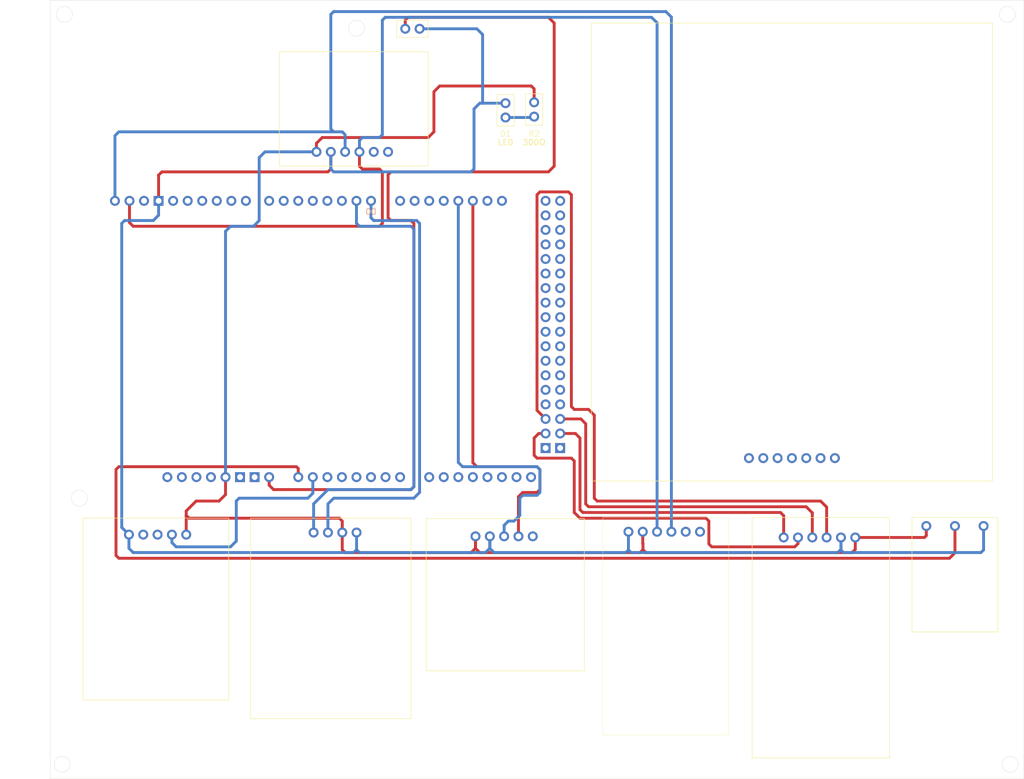
<source format=kicad_pcb>
(kicad_pcb (version 20240108) (generator "pcbnew") (generator_version "8.0")
  (layers (0 "F.Cu" signal) (1 "In1.Cu" signal) (2 "In2.Cu" signal) (31 "B.Cu" signal) (34 "B.Paste" user) (35 "F.Paste" user) (36 "B.SilkS" user "B.Silkscreen") (37 "F.SilkS" user "F.Silkscreen") (38 "B.Mask" user) (39 "F.Mask" user) (44 "Edge.Cuts" user))
  (net 0 "")
  (net 7 "VIN")
  (net 11 "A0")
  (net 12 "SCL")
  (net 22 "D5")
  (net 34 "+5V")
  (net 36 "TX0")
  (net 40 "D4")
  (net 42 "RX0")
  (net 45 "RX1")
  (net 47 "D7")
  (net 54 "SCK")
  (net 57 "D2")
  (net 63 "GND")
  (net 70 "SDA")
  (net 81 "D6")
  (net 82 "A1")
  (net 85 "CS")
  (net 86 "D8")
  (net 87 "MISO")
  (net 88 "TX1")
  (net 89 "D3")
  (net 90 "MOSI")
  (net 91 "Net-(D1-A)")
  (footprint "PCM_arduino-library:Arduino_Mega2560_R3_Shield" (layer "F.Cu") (at 58 107.96)
    (property "Reference" "A1" (hide yes))
    (property "Value" "Arduino_Mega2560_R3_Shield" (hide yes))
    (fp_text user "D0" (at 64.52 -49.495 0) (layer "B.SilkS") (effects (justify mirror)))
    (fp_text user "D0" (at 64.52 -49.495 0) (layer "F.SilkS"))
    (pad "" thru_hole oval (at 28.96 -3.14) (size 1.7272 1.7272) (drill 1.016) (layers "*.Cu" "*.Mask"))
    (pad "3V3" thru_hole oval (at 36.58 -3.14) (size 1.7272 1.7272) (drill 1.016) (layers "*.Cu" "*.Mask"))
    (pad "5V1" thru_hole oval (at 39.12 -3.14) (size 1.7272 1.7272) (drill 1.016) (layers "*.Cu" "*.Mask") (net 34 "+5V"))
    (pad "5V3" thru_hole oval (at 95 -51.4) (size 1.7272 1.7272) (drill 1.016) (layers "*.Cu" "*.Mask"))
    (pad "5V4" thru_hole oval (at 97.54 -51.4) (size 1.7272 1.7272) (drill 1.016) (layers "*.Cu" "*.Mask"))
    (pad "A0" thru_hole oval (at 51.82 -3.14) (size 1.7272 1.7272) (drill 1.016) (layers "*.Cu" "*.Mask") (net 11 "A0"))
    (pad "A1" thru_hole oval (at 54.36 -3.14) (size 1.7272 1.7272) (drill 1.016) (layers "*.Cu" "*.Mask") (net 82 "A1"))
    (pad "A2" thru_hole oval (at 56.9 -3.14) (size 1.7272 1.7272) (drill 1.016) (layers "*.Cu" "*.Mask"))
    (pad "A3" thru_hole oval (at 59.44 -3.14) (size 1.7272 1.7272) (drill 1.016) (layers "*.Cu" "*.Mask"))
    (pad "A4" thru_hole oval (at 61.98 -3.14) (size 1.7272 1.7272) (drill 1.016) (layers "*.Cu" "*.Mask"))
    (pad "A5" thru_hole oval (at 64.52 -3.14) (size 1.7272 1.7272) (drill 1.016) (layers "*.Cu" "*.Mask"))
    (pad "A6" thru_hole oval (at 67.06 -3.14) (size 1.7272 1.7272) (drill 1.016) (layers "*.Cu" "*.Mask"))
    (pad "A7" thru_hole oval (at 69.6 -3.14) (size 1.7272 1.7272) (drill 1.016) (layers "*.Cu" "*.Mask"))
    (pad "A8" thru_hole oval (at 74.68 -3.14) (size 1.7272 1.7272) (drill 1.016) (layers "*.Cu" "*.Mask"))
    (pad "A9" thru_hole oval (at 77.22 -3.14) (size 1.7272 1.7272) (drill 1.016) (layers "*.Cu" "*.Mask"))
    (pad "A10" thru_hole oval (at 79.76 -3.14) (size 1.7272 1.7272) (drill 1.016) (layers "*.Cu" "*.Mask"))
    (pad "A11" thru_hole oval (at 82.3 -3.14) (size 1.7272 1.7272) (drill 1.016) (layers "*.Cu" "*.Mask"))
    (pad "A12" thru_hole oval (at 84.84 -3.14) (size 1.7272 1.7272) (drill 1.016) (layers "*.Cu" "*.Mask"))
    (pad "A13" thru_hole oval (at 87.38 -3.14) (size 1.7272 1.7272) (drill 1.016) (layers "*.Cu" "*.Mask"))
    (pad "A14" thru_hole oval (at 89.92 -3.14) (size 1.7272 1.7272) (drill 1.016) (layers "*.Cu" "*.Mask"))
    (pad "A15" thru_hole oval (at 92.46 -3.14) (size 1.7272 1.7272) (drill 1.016) (layers "*.Cu" "*.Mask"))
    (pad "AREF" thru_hole oval (at 24.896 -51.4) (size 1.7272 1.7272) (drill 1.016) (layers "*.Cu" "*.Mask"))
    (pad "D0" thru_hole oval (at 64.52 -51.4) (size 1.7272 1.7272) (drill 1.016) (layers "*.Cu" "*.Mask") (net 42 "RX0"))
    (pad "D1" thru_hole oval (at 61.98 -51.4) (size 1.7272 1.7272) (drill 1.016) (layers "*.Cu" "*.Mask") (net 36 "TX0"))
    (pad "D2" thru_hole oval (at 59.44 -51.4) (size 1.7272 1.7272) (drill 1.016) (layers "*.Cu" "*.Mask") (net 57 "D2"))
    (pad "D3" thru_hole oval (at 56.9 -51.4) (size 1.7272 1.7272) (drill 1.016) (layers "*.Cu" "*.Mask") (net 89 "D3"))
    (pad "D4" thru_hole oval (at 54.36 -51.4) (size 1.7272 1.7272) (drill 1.016) (layers "*.Cu" "*.Mask") (net 40 "D4"))
    (pad "D5" thru_hole oval (at 51.82 -51.4) (size 1.7272 1.7272) (drill 1.016) (layers "*.Cu" "*.Mask") (net 22 "D5"))
    (pad "D6" thru_hole oval (at 49.28 -51.4) (size 1.7272 1.7272) (drill 1.016) (layers "*.Cu" "*.Mask") (net 81 "D6"))
    (pad "D7" thru_hole oval (at 46.74 -51.4) (size 1.7272 1.7272) (drill 1.016) (layers "*.Cu" "*.Mask") (net 47 "D7"))
    (pad "D8" thru_hole oval (at 42.676 -51.4) (size 1.7272 1.7272) (drill 1.016) (layers "*.Cu" "*.Mask") (net 86 "D8"))
    (pad "D9" thru_hole oval (at 40.136 -51.4) (size 1.7272 1.7272) (drill 1.016) (layers "*.Cu" "*.Mask"))
    (pad "D10" thru_hole oval (at 37.596 -51.4) (size 1.7272 1.7272) (drill 1.016) (layers "*.Cu" "*.Mask"))
    (pad "D11" thru_hole oval (at 35.056 -51.4) (size 1.7272 1.7272) (drill 1.016) (layers "*.Cu" "*.Mask"))
    (pad "D12" thru_hole oval (at 32.516 -51.4) (size 1.7272 1.7272) (drill 1.016) (layers "*.Cu" "*.Mask"))
    (pad "D13" thru_hole oval (at 29.976 -51.4) (size 1.7272 1.7272) (drill 1.016) (layers "*.Cu" "*.Mask"))
    (pad "D14" thru_hole oval (at 69.6 -51.4) (size 1.7272 1.7272) (drill 1.016) (layers "*.Cu" "*.Mask"))
    (pad "D15" thru_hole oval (at 72.14 -51.4) (size 1.7272 1.7272) (drill 1.016) (layers "*.Cu" "*.Mask"))
    (pad "D16" thru_hole oval (at 74.68 -51.4) (size 1.7272 1.7272) (drill 1.016) (layers "*.Cu" "*.Mask"))
    (pad "D17" thru_hole oval (at 77.22 -51.4) (size 1.7272 1.7272) (drill 1.016) (layers "*.Cu" "*.Mask"))
    (pad "D18" thru_hole oval (at 79.76 -51.4) (size 1.7272 1.7272) (drill 1.016) (layers "*.Cu" "*.Mask") (net 88 "TX1"))
    (pad "D19" thru_hole oval (at 82.3 -51.4) (size 1.7272 1.7272) (drill 1.016) (layers "*.Cu" "*.Mask") (net 45 "RX1"))
    (pad "D20" thru_hole oval (at 84.84 -51.4) (size 1.7272 1.7272) (drill 1.016) (layers "*.Cu" "*.Mask"))
    (pad "D21" thru_hole oval (at 87.38 -51.4) (size 1.7272 1.7272) (drill 1.016) (layers "*.Cu" "*.Mask"))
    (pad "D22" thru_hole oval (at 95 -48.86) (size 1.7272 1.7272) (drill 1.016) (layers "*.Cu" "*.Mask"))
    (pad "D23" thru_hole oval (at 97.54 -48.86) (size 1.7272 1.7272) (drill 1.016) (layers "*.Cu" "*.Mask"))
    (pad "D24" thru_hole oval (at 95 -46.32) (size 1.7272 1.7272) (drill 1.016) (layers "*.Cu" "*.Mask"))
    (pad "D25" thru_hole oval (at 97.54 -46.32) (size 1.7272 1.7272) (drill 1.016) (layers "*.Cu" "*.Mask"))
    (pad "D26" thru_hole oval (at 95 -43.78) (size 1.7272 1.7272) (drill 1.016) (layers "*.Cu" "*.Mask"))
    (pad "D27" thru_hole oval (at 97.54 -43.78) (size 1.7272 1.7272) (drill 1.016) (layers "*.Cu" "*.Mask"))
    (pad "D28" thru_hole oval (at 95 -41.24) (size 1.7272 1.7272) (drill 1.016) (layers "*.Cu" "*.Mask"))
    (pad "D29" thru_hole oval (at 97.54 -41.24) (size 1.7272 1.7272) (drill 1.016) (layers "*.Cu" "*.Mask"))
    (pad "D30" thru_hole oval (at 95 -38.7) (size 1.7272 1.7272) (drill 1.016) (layers "*.Cu" "*.Mask"))
    (pad "D31" thru_hole oval (at 97.54 -38.7) (size 1.7272 1.7272) (drill 1.016) (layers "*.Cu" "*.Mask"))
    (pad "D32" thru_hole oval (at 95 -36.16) (size 1.7272 1.7272) (drill 1.016) (layers "*.Cu" "*.Mask"))
    (pad "D33" thru_hole oval (at 97.54 -36.16) (size 1.7272 1.7272) (drill 1.016) (layers "*.Cu" "*.Mask"))
    (pad "D34" thru_hole oval (at 95 -33.62) (size 1.7272 1.7272) (drill 1.016) (layers "*.Cu" "*.Mask"))
    (pad "D35" thru_hole oval (at 97.54 -33.62) (size 1.7272 1.7272) (drill 1.016) (layers "*.Cu" "*.Mask"))
    (pad "D36" thru_hole oval (at 95 -31.08) (size 1.7272 1.7272) (drill 1.016) (layers "*.Cu" "*.Mask"))
    (pad "D37" thru_hole oval (at 97.54 -31.08) (size 1.7272 1.7272) (drill 1.016) (layers "*.Cu" "*.Mask"))
    (pad "D38" thru_hole oval (at 95 -28.54) (size 1.7272 1.7272) (drill 1.016) (layers "*.Cu" "*.Mask"))
    (pad "D39" thru_hole oval (at 97.54 -28.54) (size 1.7272 1.7272) (drill 1.016) (layers "*.Cu" "*.Mask"))
    (pad "D40" thru_hole oval (at 95 -26) (size 1.7272 1.7272) (drill 1.016) (layers "*.Cu" "*.Mask"))
    (pad "D41" thru_hole oval (at 97.54 -26) (size 1.7272 1.7272) (drill 1.016) (layers "*.Cu" "*.Mask"))
    (pad "D42" thru_hole oval (at 95 -23.46) (size 1.7272 1.7272) (drill 1.016) (layers "*.Cu" "*.Mask"))
    (pad "D43" thru_hole oval (at 97.54 -23.46) (size 1.7272 1.7272) (drill 1.016) (layers "*.Cu" "*.Mask"))
    (pad "D44" thru_hole oval (at 95 -20.92) (size 1.7272 1.7272) (drill 1.016) (layers "*.Cu" "*.Mask"))
    (pad "D45" thru_hole oval (at 97.54 -20.92) (size 1.7272 1.7272) (drill 1.016) (layers "*.Cu" "*.Mask"))
    (pad "D46" thru_hole oval (at 95 -18.38) (size 1.7272 1.7272) (drill 1.016) (layers "*.Cu" "*.Mask"))
    (pad "D47" thru_hole oval (at 97.54 -18.38) (size 1.7272 1.7272) (drill 1.016) (layers "*.Cu" "*.Mask"))
    (pad "D48" thru_hole oval (at 95 -15.84) (size 1.7272 1.7272) (drill 1.016) (layers "*.Cu" "*.Mask"))
    (pad "D49" thru_hole oval (at 97.54 -15.84) (size 1.7272 1.7272) (drill 1.016) (layers "*.Cu" "*.Mask"))
    (pad "D50" thru_hole oval (at 95 -13.3) (size 1.7272 1.7272) (drill 1.016) (layers "*.Cu" "*.Mask") (net 87 "MISO"))
    (pad "D51" thru_hole oval (at 97.54 -13.3) (size 1.7272 1.7272) (drill 1.016) (layers "*.Cu" "*.Mask") (net 90 "MOSI"))
    (pad "D52" thru_hole oval (at 95 -10.76) (size 1.7272 1.7272) (drill 1.016) (layers "*.Cu" "*.Mask") (net 54 "SCK"))
    (pad "D53" thru_hole oval (at 97.54 -10.76) (size 1.7272 1.7272) (drill 1.016) (layers "*.Cu" "*.Mask") (net 85 "CS"))
    (pad "GND1" thru_hole rect (at 27.436 -51.4) (size 1.7272 1.7272) (drill 1.016) (layers "*.Cu" "*.Mask") (net 63 "GND"))
    (pad "GND2" thru_hole rect (at 41.66 -3.14) (size 1.7272 1.7272) (drill 1.016) (layers "*.Cu" "*.Mask"))
    (pad "GND3" thru_hole rect (at 44.2 -3.14) (size 1.7272 1.7272) (drill 1.016) (layers "*.Cu" "*.Mask"))
    (pad "GND5" thru_hole rect (at 95 -8.22) (size 1.7272 1.7272) (drill 1.016) (layers "*.Cu" "*.Mask"))
    (pad "GND6" thru_hole rect (at 97.54 -8.22) (size 1.7272 1.7272) (drill 1.016) (layers "*.Cu" "*.Mask"))
    (pad "IORF" thru_hole oval (at 31.5 -3.14) (size 1.7272 1.7272) (drill 1.016) (layers "*.Cu" "*.Mask"))
    (pad "RST1" thru_hole oval (at 34.04 -3.14) (size 1.7272 1.7272) (drill 1.016) (layers "*.Cu" "*.Mask"))
    (pad "SCL" thru_hole oval (at 19.816 -51.4) (size 1.7272 1.7272) (drill 1.016) (layers "*.Cu" "*.Mask") (net 12 "SCL"))
    (pad "SDA" thru_hole oval (at 22.356 -51.4) (size 1.7272 1.7272) (drill 1.016) (layers "*.Cu" "*.Mask") (net 70 "SDA"))
    (pad "VIN" thru_hole oval (at 46.74 -3.14) (size 1.7272 1.7272) (drill 1.016) (layers "*.Cu" "*.Mask") (net 7 "VIN"))
  )
  (footprint "TAFLab-Footprint-Library:XBeeBreakout" (layer "F.Cu") (at 110 114.5 -90)
    (property "Reference" "U1" (hide yes))
    (property "Value" "~" (hide yes))
    (fp_rect (start -2.5 -19.5) (end 32.5 8.5) (stroke (width 0.1)) (fill none) (layer "F.SilkS"))
    (pad "1" thru_hole oval (at 0 -10 270) (size 1.7272 1.7272) (drill 1.016) (layers "*.Cu" "*.Mask") (net 63 "GND"))
    (pad "2" thru_hole oval (at 0 -7.5 270) (size 1.7272 1.7272) (drill 1.016) (layers "*.Cu" "*.Mask") (net 34 "+5V"))
    (pad "3" thru_hole oval (at 0 -5 270) (size 1.7272 1.7272) (drill 1.016) (layers "*.Cu" "*.Mask") (net 42 "RX0"))
    (pad "4" thru_hole oval (at 0 -2.5 270) (size 1.7272 1.7272) (drill 1.016) (layers "*.Cu" "*.Mask") (net 36 "TX0"))
  )
  (footprint "TAFLab-Footprint-Library:HW84_DS3231_CLK_Module" (layer "F.Cu") (at 164.96 114.365 -90)
    (property "Reference" "U4" (hide yes))
    (property "Value" "~" (hide yes))
    (fp_rect (start -2.5 -20) (end 35.5 2) (stroke (width 0.05)) (fill none) (layer "F.SilkS"))
    (pad "1" thru_hole oval (at 0 -15 270) (size 1.7272 1.7272) (drill 1.016) (layers "*.Cu" "*.Mask"))
    (pad "2" thru_hole oval (at 0 -12.5 270) (size 1.7272 1.7272) (drill 1.016) (layers "*.Cu" "*.Mask"))
    (pad "3" thru_hole oval (at 0 -10 270) (size 1.7272 1.7272) (drill 1.016) (layers "*.Cu" "*.Mask") (net 12 "SCL"))
    (pad "4" thru_hole oval (at 0 -7.5 270) (size 1.7272 1.7272) (drill 1.016) (layers "*.Cu" "*.Mask") (net 70 "SDA"))
    (pad "5" thru_hole oval (at 0 -5 270) (size 1.7272 1.7272) (drill 1.016) (layers "*.Cu" "*.Mask") (net 34 "+5V"))
    (pad "6" thru_hole oval (at 0 -2.5 270) (size 1.7272 1.7272) (drill 1.016) (layers "*.Cu" "*.Mask") (net 63 "GND"))
  )
  (footprint "TAFLab-Footprint-Library:VinArduinoConnector" (layer "F.Cu") (at 121 26.5 -90)
    (property "Reference" "U6" (hide yes))
    (property "Value" "~" (hide yes))
    (fp_rect (start -1.5 -11.5) (end 1.5 -6) (stroke (width 0.1)) (fill none) (layer "F.SilkS"))
    (pad "1" thru_hole oval (at 0 -10 270) (size 1.7272 1.7272) (drill 1.016) (layers "*.Cu" "*.Mask") (net 63 "GND"))
    (pad "2" thru_hole oval (at 0 -7.5 270) (size 1.7272 1.7272) (drill 1.016) (layers "*.Cu" "*.Mask") (net 7 "VIN"))
  )
  (footprint "TAFLab-Footprint-Library:Default2Pin" (layer "F.Cu") (at 146 49.5)
    (property "Reference" "D1" (at 0 -4.65 0) (layer "F.SilkS") (effects (font (thickness 0.1))))
    (property "Value" "LED" (at 0 -3.15 0) (layer "F.SilkS"))
    (fp_rect (start -1.5 -11.5) (end 1.5 -6) (stroke (width 0.1)) (fill none) (layer "F.SilkS"))
    (pad "1" thru_hole oval (at 0 -10) (size 1.7272 1.7272) (drill 1.016) (layers "*.Cu" "*.Mask") (net 63 "GND"))
    (pad "2" thru_hole oval (at 0 -7.5) (size 1.7272 1.7272) (drill 1.016) (layers "*.Cu" "*.Mask") (net 91 "Net-(D1-A)"))
  )
  (footprint "TAFLab-Footprint-Library:Micro_SD_Module" (layer "F.Cu") (at 187.06 115.365 -90)
    (property "Reference" "U5" (hide yes))
    (property "Value" "~" (hide yes))
    (fp_rect (start -3.5 -26) (end 38.5 -2) (stroke (width 0.1)) (fill none) (layer "F.SilkS"))
    (pad "1" thru_hole oval (at 0 -20 270) (size 1.7272 1.7272) (drill 1.016) (layers "*.Cu" "*.Mask") (net 34 "+5V"))
    (pad "2" thru_hole oval (at 0 -17.5 270) (size 1.7272 1.7272) (drill 1.016) (layers "*.Cu" "*.Mask") (net 63 "GND"))
    (pad "3" thru_hole oval (at 0 -15 270) (size 1.7272 1.7272) (drill 1.016) (layers "*.Cu" "*.Mask") (net 87 "MISO"))
    (pad "4" thru_hole oval (at 0 -12.5 270) (size 1.7272 1.7272) (drill 1.016) (layers "*.Cu" "*.Mask") (net 90 "MOSI"))
    (pad "5" thru_hole oval (at 0 -10 270) (size 1.7272 1.7272) (drill 1.016) (layers "*.Cu" "*.Mask") (net 54 "SCK"))
    (pad "6" thru_hole oval (at 0 -7.5 270) (size 1.7272 1.7272) (drill 1.016) (layers "*.Cu" "*.Mask") (net 85 "CS"))
  )
  (footprint "TAFLab-Footprint-Library:JoyStick" (layer "F.Cu") (at 75.26 114.865 -90)
    (property "Reference" "U2" (hide yes))
    (property "Value" "~" (hide yes))
    (fp_rect (start -2.875 -22.4) (end 28.875 3) (stroke (width 0.1)) (fill none) (layer "F.SilkS"))
    (pad "1" thru_hole oval (at 0 -15 270) (size 1.7272 1.7272) (drill 1.016) (layers "*.Cu" "*.Mask") (net 34 "+5V"))
    (pad "2" thru_hole oval (at 0 -12.5 270) (size 1.7272 1.7272) (drill 1.016) (layers "*.Cu" "*.Mask") (net 82 "A1"))
    (pad "3" thru_hole oval (at 0 -10 270) (size 1.7272 1.7272) (drill 1.016) (layers "*.Cu" "*.Mask"))
    (pad "4" thru_hole oval (at 0 -7.5 270) (size 1.7272 1.7272) (drill 1.016) (layers "*.Cu" "*.Mask"))
    (pad "5" thru_hole oval (at 0 -5 270) (size 1.7272 1.7272) (drill 1.016) (layers "*.Cu" "*.Mask") (net 63 "GND"))
  )
  (footprint "TAFLab-Footprint-Library:GT-U7_GPS" (layer "F.Cu") (at 135.76 115.165 -90)
    (property "Reference" "U7" (hide yes))
    (property "Value" "~" (hide yes))
    (fp_rect (start -3.1 -24) (end 23.5 3.6) (stroke (width 0.1)) (fill none) (layer "F.SilkS"))
    (pad "1" thru_hole oval (at 0 -15 270) (size 1.7272 1.7272) (drill 1.016) (layers "*.Cu" "*.Mask"))
    (pad "2" thru_hole oval (at 0 -12.5 270) (size 1.7272 1.7272) (drill 1.016) (layers "*.Cu" "*.Mask") (net 45 "RX1"))
    (pad "3" thru_hole oval (at 0 -10 270) (size 1.7272 1.7272) (drill 1.016) (layers "*.Cu" "*.Mask") (net 88 "TX1"))
    (pad "4" thru_hole oval (at 0 -7.5 270) (size 1.7272 1.7272) (drill 1.016) (layers "*.Cu" "*.Mask") (net 63 "GND"))
    (pad "5" thru_hole oval (at 0 -5 270) (size 1.7272 1.7272) (drill 1.016) (layers "*.Cu" "*.Mask") (net 34 "+5V"))
  )
  (footprint "TAFLab-Footprint-Library:Default2Pin" (layer "F.Cu") (at 151 31.85 180)
    (property "Reference" "R2" (at 0 -13 0) (layer "F.SilkS") (effects (font (thickness 0.1))))
    (property "Value" "300Ω" (at 0 -14.5 0) (layer "F.SilkS"))
    (fp_rect (start -1.5 -11.5) (end 1.5 -6) (stroke (width 0.1)) (fill none) (layer "F.SilkS"))
    (pad "1" thru_hole oval (at 0 -10 180) (size 1.7272 1.7272) (drill 1.016) (layers "*.Cu" "*.Mask") (net 91 "Net-(D1-A)"))
    (pad "2" thru_hole oval (at 0 -7.5 180) (size 1.7272 1.7272) (drill 1.016) (layers "*.Cu" "*.Mask") (net 34 "+5V"))
  )
  (footprint "TAFLab-Footprint-Library:Keypad" (layer "F.Cu") (at 213.5 101.5 90)
    (property "Reference" "U3" (hide yes))
    (property "Value" "~" (hide yes))
    (fp_rect (start -4 -52.5) (end 76 17.5) (stroke (width 0.1)) (fill none) (layer "F.SilkS"))
    (pad "1" thru_hole oval (at 0 -25 90) (size 1.7272 1.7272) (drill 1.016) (layers "*.Cu" "*.Mask") (net 86 "D8"))
    (pad "2" thru_hole oval (at 0 -22.5 90) (size 1.7272 1.7272) (drill 1.016) (layers "*.Cu" "*.Mask") (net 47 "D7"))
    (pad "3" thru_hole oval (at 0 -20 90) (size 1.7272 1.7272) (drill 1.016) (layers "*.Cu" "*.Mask") (net 81 "D6"))
    (pad "4" thru_hole oval (at 0 -17.5 90) (size 1.7272 1.7272) (drill 1.016) (layers "*.Cu" "*.Mask") (net 22 "D5"))
    (pad "5" thru_hole oval (at 0 -15 90) (size 1.7272 1.7272) (drill 1.016) (layers "*.Cu" "*.Mask") (net 40 "D4"))
    (pad "6" thru_hole oval (at 0 -12.5 90) (size 1.7272 1.7272) (drill 1.016) (layers "*.Cu" "*.Mask") (net 89 "D3"))
    (pad "7" thru_hole oval (at 0 -10 90) (size 1.7272 1.7272) (drill 1.016) (layers "*.Cu" "*.Mask") (net 57 "D2"))
  )
  (footprint "TAFLab-Footprint-Library:INA219_BatteryPowerSensor" (layer "F.Cu") (at 130 48 90)
    (property "Reference" "U9" (hide yes))
    (property "Value" "~" (hide yes))
    (fp_rect (start -2.5 -23.5) (end 17.5 2.5) (stroke (width 0.1)) (fill none) (layer "F.SilkS"))
    (pad "1" thru_hole oval (at 0 -17 90) (size 1.7272 1.7272) (drill 1.016) (layers "*.Cu" "*.Mask") (net 34 "+5V"))
    (pad "2" thru_hole oval (at 0 -14.5 90) (size 1.7272 1.7272) (drill 1.016) (layers "*.Cu" "*.Mask") (net 63 "GND"))
    (pad "3" thru_hole oval (at 0 -12 90) (size 1.7272 1.7272) (drill 1.016) (layers "*.Cu" "*.Mask") (net 12 "SCL"))
    (pad "4" thru_hole oval (at 0 -9.5 90) (size 1.7272 1.7272) (drill 1.016) (layers "*.Cu" "*.Mask") (net 70 "SDA"))
    (pad "5" thru_hole oval (at 0 -7 90) (size 1.7272 1.7272) (drill 1.016) (layers "*.Cu" "*.Mask"))
    (pad "6" thru_hole oval (at 0 -4.5 90) (size 1.7272 1.7272) (drill 1.016) (layers "*.Cu" "*.Mask"))
  )
  (footprint "TAFLab-Footprint-Library:Potentiometer" (layer "F.Cu") (at 221.96 123.365)
    (property "Reference" "RV1" (hide yes))
    (property "Value" "R_Potentiometer" (hide yes))
    (fp_rect (start -5 -11.5) (end 10 8.5) (stroke (width 0.1)) (fill none) (layer "F.SilkS"))
    (pad "1" thru_hole oval (at -2.5 -10) (size 1.7272 1.7272) (drill 1.016) (layers "*.Cu" "*.Mask") (net 34 "+5V"))
    (pad "2" thru_hole oval (at 2.5 -10) (size 1.7272 1.7272) (drill 1.016) (layers "*.Cu" "*.Mask") (net 11 "A0"))
    (pad "3" thru_hole oval (at 7.5 -10) (size 1.7272 1.7272) (drill 1.016) (layers "*.Cu" "*.Mask") (net 63 "GND"))
  )
  (gr_circle (center 69 24) (end 70.4 24) (stroke (width 0.05)) (fill none) (layer "Edge.Cuts"))
  (gr_circle (center 233.6 24) (end 235 24) (stroke (width 0.05)) (fill none) (layer "Edge.Cuts"))
  (gr_rect (start 66.5 21.5) (end 236.5 157.5) (stroke (width 0.05)) (fill none) (layer "Edge.Cuts"))
  (gr_circle (center 234.1 155) (end 235.5 155) (stroke (width 0.05)) (fill none) (layer "Edge.Cuts"))
  (gr_circle (center 68.6 155) (end 70 155) (stroke (width 0.05)) (fill none) (layer "Edge.Cuts"))
  (gr_circle (center 71.6 108.5) (end 73 108.5) (stroke (width 0.05)) (fill none) (layer "Edge.Cuts"))
  (gr_circle (center 120 26.4) (end 121.4 26.4) (stroke (width 0.05)) (fill none) (layer "Edge.Cuts"))
  (segment (start 126 51.5) (end 153.5 51.5) (width 0.5) (layer "F.Cu") (net 7))
  (segment (start 129.5 60) (end 126 60) (width 0.5) (layer "F.Cu") (net 7))
  (segment (start 130 106.5) (end 130 60.5) (width 0.5) (layer "F.Cu") (net 7))
  (segment (start 153.5 51.5) (end 154.5 50.5) (width 0.5) (layer "F.Cu") (net 7))
  (segment (start 154.5 25.5) (end 153.5 24.5) (width 0.5) (layer "F.Cu") (net 7))
  (segment (start 126 60) (end 125.5 59.5) (width 0.5) (layer "F.Cu") (net 7))
  (segment (start 104.74 106.24) (end 105.5 107) (width 0.5) (layer "F.Cu") (net 7))
  (segment (start 130 60.5) (end 129.5 60) (width 0.5) (layer "F.Cu") (net 7))
  (segment (start 104.74 104.82) (end 104.74 106.24) (width 0.5) (layer "F.Cu") (net 7))
  (segment (start 129.5 107) (end 130 106.5) (width 0.5) (layer "F.Cu") (net 7))
  (segment (start 125.5 52) (end 126 51.5) (width 0.5) (layer "F.Cu") (net 7))
  (segment (start 154.5 50.5) (end 154.5 25.5) (width 0.5) (layer "F.Cu") (net 7))
  (segment (start 125.5 59.5) (end 125.5 52) (width 0.5) (layer "F.Cu") (net 7))
  (segment (start 153.5 24.5) (end 129 24.5) (width 0.5) (layer "F.Cu") (net 7))
  (segment (start 129 24.5) (end 128.5 25) (width 0.5) (layer "F.Cu") (net 7))
  (segment (start 128.5 25) (end 128.5 26.5) (width 0.5) (layer "F.Cu") (net 7))
  (segment (start 105.5 107) (end 129.5 107) (width 0.5) (layer "F.Cu") (net 7))
  (segment (start 223.5 119) (end 78.5 119) (width 0.5) (layer "F.Cu") (net 11))
  (segment (start 78 118.5) (end 78 103.5) (width 0.5) (layer "F.Cu") (net 11))
  (segment (start 109.5 103) (end 109.82 103.32) (width 0.5) (layer "F.Cu") (net 11))
  (segment (start 109.82 103.32) (end 109.82 104.82) (width 0.5) (layer "F.Cu") (net 11))
  (segment (start 224.46 113.365) (end 224.46 118.04) (width 0.5) (layer "F.Cu") (net 11))
  (segment (start 78 103.5) (end 78.5 103) (width 0.5) (layer "F.Cu") (net 11))
  (segment (start 78.5 103) (end 109.5 103) (width 0.5) (layer "F.Cu") (net 11))
  (segment (start 224.46 118.04) (end 223.5 119) (width 0.5) (layer "F.Cu") (net 11))
  (segment (start 78.5 119) (end 78 118.5) (width 0.5) (layer "F.Cu") (net 11))
  (segment (start 115.5 24) (end 115.5 44) (width 0.5) (layer "B.Cu") (net 12))
  (segment (start 77.816 45.184) (end 78.5 44.5) (width 0.5) (layer "B.Cu") (net 12))
  (segment (start 118 45) (end 118 48) (width 0.5) (layer "B.Cu") (net 12))
  (segment (start 77.816 56.56) (end 77.816 45.184) (width 0.5) (layer "B.Cu") (net 12))
  (segment (start 115.5 44) (end 116 44.5) (width 0.5) (layer "B.Cu") (net 12))
  (segment (start 78.5 44.5) (end 116 44.5) (width 0.5) (layer "B.Cu") (net 12))
  (segment (start 174 23.5) (end 116 23.5) (width 0.5) (layer "B.Cu") (net 12))
  (segment (start 174.96 114.365) (end 174.96 24.46) (width 0.5) (layer "B.Cu") (net 12))
  (segment (start 174.96 24.46) (end 174 23.5) (width 0.5) (layer "B.Cu") (net 12))
  (segment (start 117.5 44.5) (end 118 45) (width 0.5) (layer "B.Cu") (net 12))
  (segment (start 116 44.5) (end 117.5 44.5) (width 0.5) (layer "B.Cu") (net 12))
  (segment (start 116 23.5) (end 115.5 24) (width 0.5) (layer "B.Cu") (net 12))
  (segment (start 219.46 115.04) (end 219.46 113.365) (width 0.5) (layer "F.Cu") (net 34))
  (segment (start 92 109) (end 96 109) (width 0.5) (layer "F.Cu") (net 34))
  (segment (start 206.5 118) (end 170.5 118) (width 0.5) (layer "F.Cu") (net 34))
  (segment (start 134.5 36.5) (end 150.5 36.5) (width 0.5) (layer "F.Cu") (net 34))
  (segment (start 133.5 44.5) (end 133.5 37.5) (width 0.5) (layer "F.Cu") (net 34))
  (segment (start 170 117.5) (end 170 116.5) (width 0.5) (layer "F.Cu") (net 34))
  (segment (start 90.26 110.74) (end 92 109) (width 0.5) (layer "F.Cu") (net 34))
  (segment (start 141.5 118) (end 169.5 118) (width 0.5) (layer "F.Cu") (net 34))
  (segment (start 140.76 115.165) (end 140.76 117.26) (width 0.5) (layer "F.Cu") (net 34))
  (segment (start 207.06 115.365) (end 207.06 117.44) (width 0.5) (layer "F.Cu") (net 34))
  (segment (start 118 118) (end 140 118) (width 0.5) (layer "F.Cu") (net 34))
  (segment (start 114 45.5) (end 132.5 45.5) (width 0.5) (layer "F.Cu") (net 34))
  (segment (start 207.06 117.44) (end 206.5 118) (width 0.5) (layer "F.Cu") (net 34))
  (segment (start 117.5 114.5) (end 117.5 112.5) (width 0.5) (layer "F.Cu") (net 34))
  (segment (start 219.135 115.365) (end 219.46 115.04) (width 0.5) (layer "F.Cu") (net 34))
  (segment (start 113 48) (end 113 46.5) (width 0.5) (layer "F.Cu") (net 34))
  (segment (start 169.96 116.46) (end 169.96 114.365) (width 0.5) (layer "F.Cu") (net 34))
  (segment (start 150.5 36.5) (end 151 37) (width 0.5) (layer "F.Cu") (net 34))
  (segment (start 140.76 117.26) (end 141.5 118) (width 0.5) (layer "F.Cu") (net 34))
  (segment (start 117.5 112.5) (end 117 112) (width 0.5) (layer "F.Cu") (net 34))
  (segment (start 117.5 114.5) (end 117.5 117.5) (width 0.5) (layer "F.Cu") (net 34))
  (segment (start 207.06 115.365) (end 219.135 115.365) (width 0.5) (layer "F.Cu") (net 34))
  (segment (start 96 109) (end 97.12 107.88) (width 0.5) (layer "F.Cu") (net 34))
  (segment (start 97.12 107.88) (end 97.12 104.82) (width 0.5) (layer "F.Cu") (net 34))
  (segment (start 90.76 112) (end 90.26 111.5) (width 0.5) (layer "F.Cu") (net 34))
  (segment (start 169.5 118) (end 170 117.5) (width 0.5) (layer "F.Cu") (net 34))
  (segment (start 117 112) (end 90.76 112) (width 0.5) (layer "F.Cu") (net 34))
  (segment (start 140 118) (end 140.76 117.24) (width 0.5) (layer "F.Cu") (net 34))
  (segment (start 117.5 117.5) (end 118 118) (width 0.5) (layer "F.Cu") (net 34))
  (segment (start 140.76 117.24) (end 140.76 115.165) (width 0.5) (layer "F.Cu") (net 34))
  (segment (start 170.5 118) (end 170 117.5) (width 0.5) (layer "F.Cu") (net 34))
  (segment (start 133.5 37.5) (end 134.5 36.5) (width 0.5) (layer "F.Cu") (net 34))
  (segment (start 132.5 45.5) (end 133.5 44.5) (width 0.5) (layer "F.Cu") (net 34))
  (segment (start 151 37) (end 151 39.35) (width 0.5) (layer "F.Cu") (net 34))
  (segment (start 90.26 114.865) (end 90.26 111.5) (width 0.5) (layer "F.Cu") (net 34))
  (segment (start 113 46.5) (end 114 45.5) (width 0.5) (layer "F.Cu") (net 34))
  (segment (start 90.26 111.5) (end 90.26 110.74) (width 0.5) (layer "F.Cu") (net 34))
  (segment (start 170 116.5) (end 169.96 116.46) (width 0.5) (layer "F.Cu") (net 34))
  (segment (start 103 49) (end 104 48) (width 0.5) (layer "B.Cu") (net 34))
  (segment (start 102 61) (end 103 60) (width 0.5) (layer "B.Cu") (net 34))
  (segment (start 98 61) (end 102 61) (width 0.5) (layer "B.Cu") (net 34))
  (segment (start 97.12 61.88) (end 98 61) (width 0.5) (layer "B.Cu") (net 34))
  (segment (start 103 60) (end 103 49) (width 0.5) (layer "B.Cu") (net 34))
  (segment (start 104 48) (end 113 48) (width 0.5) (layer "B.Cu") (net 34))
  (segment (start 97.12 104.82) (end 97.12 61.88) (width 0.5) (layer "B.Cu") (net 34))
  (segment (start 112.5 114.5) (end 112.5 109.5) (width 0.5) (layer "B.Cu") (net 36))
  (segment (start 129.5 107) (end 130 106.5) (width 0.5) (layer "B.Cu") (net 36))
  (segment (start 120.5 61) (end 119.98 60.48) (width 0.5) (layer "B.Cu") (net 36))
  (segment (start 119.98 60.48) (end 119.98 56.56) (width 0.5) (layer "B.Cu") (net 36))
  (segment (start 115 107) (end 129.5 107) (width 0.5) (layer "B.Cu") (net 36))
  (segment (start 129.5 61) (end 120.5 61) (width 0.5) (layer "B.Cu") (net 36))
  (segment (start 130 61.5) (end 129.5 61) (width 0.5) (layer "B.Cu") (net 36))
  (segment (start 130 106.5) (end 130 61.5) (width 0.5) (layer "B.Cu") (net 36))
  (segment (start 112.5 109.5) (end 115 107) (width 0.5) (layer "B.Cu") (net 36))
  (segment (start 122.52 57.98) (end 122.52 56.56) (width 0.5) (layer "B.Cu") (net 42))
  (segment (start 115 109.5) (end 116 108.5) (width 0.5) (layer "B.Cu") (net 42))
  (segment (start 130.5 60) (end 123 60) (width 0.5) (layer "B.Cu") (net 42))
  (segment (start 131 107.5) (end 131 60.5) (width 0.5) (layer "B.Cu") (net 42))
  (segment (start 122.5 58) (end 122.52 57.98) (width 0.5) (layer "B.Cu") (net 42))
  (segment (start 116 108.5) (end 130 108.5) (width 0.5) (layer "B.Cu") (net 42))
  (segment (start 115 114.5) (end 115 109.5) (width 0.5) (layer "B.Cu") (net 42))
  (segment (start 131 60.5) (end 130.5 60) (width 0.5) (layer "B.Cu") (net 42))
  (segment (start 122.5 59.5) (end 122.5 58) (width 0.5) (layer "B.Cu") (net 42))
  (segment (start 130 108.5) (end 131 107.5) (width 0.5) (layer "B.Cu") (net 42))
  (segment (start 123 60) (end 122.5 59.5) (width 0.5) (layer "B.Cu") (net 42))
  (segment (start 152 103.5) (end 151.5 103) (width 0.5) (layer "F.Cu") (net 45))
  (segment (start 141 103) (end 140.3 102.3) (width 0.5) (layer "F.Cu") (net 45))
  (segment (start 151.5 107.5) (end 152 107) (width 0.5) (layer "F.Cu") (net 45))
  (segment (start 148.26 108.24) (end 149 107.5) (width 0.5) (layer "F.Cu") (net 45))
  (segment (start 140.3 102.3) (end 140.3 56.56) (width 0.5) (layer "F.Cu") (net 45))
  (segment (start 148.26 115.165) (end 148.26 108.24) (width 0.5) (layer "F.Cu") (net 45))
  (segment (start 152 107) (end 152 103.5) (width 0.5) (layer "F.Cu") (net 45))
  (segment (start 151.5 103) (end 141 103) (width 0.5) (layer "F.Cu") (net 45))
  (segment (start 149 107.5) (end 151.5 107.5) (width 0.5) (layer "F.Cu") (net 45))
  (segment (start 158 102) (end 157.5 101.5) (width 0.5) (layer "F.Cu") (net 54))
  (segment (start 157.5 101.5) (end 151.5 101.5) (width 0.5) (layer "F.Cu") (net 54))
  (segment (start 151 101) (end 151 98) (width 0.5) (layer "F.Cu") (net 54))
  (segment (start 151.8 97.2) (end 153 97.2) (width 0.5) (layer "F.Cu") (net 54))
  (segment (start 158 111) (end 158 102) (width 0.5) (layer "F.Cu") (net 54))
  (segment (start 151.5 101.5) (end 151 101) (width 0.5) (layer "F.Cu") (net 54))
  (segment (start 182 117) (end 181.5 116.5) (width 0.5) (layer "F.Cu") (net 54))
  (segment (start 159 112) (end 158 111) (width 0.5) (layer "F.Cu") (net 54))
  (segment (start 197.06 115.365) (end 197.06 116.44) (width 0.5) (layer "F.Cu") (net 54))
  (segment (start 181 112) (end 159 112) (width 0.5) (layer "F.Cu") (net 54))
  (segment (start 181.5 116.5) (end 181.5 112.5) (width 0.5) (layer "F.Cu") (net 54))
  (segment (start 196.5 117) (end 182 117) (width 0.5) (layer "F.Cu") (net 54))
  (segment (start 151 98) (end 151.8 97.2) (width 0.5) (layer "F.Cu") (net 54))
  (segment (start 197.06 116.44) (end 196.5 117) (width 0.5) (layer "F.Cu") (net 54))
  (segment (start 181.5 112.5) (end 181 112) (width 0.5) (layer "F.Cu") (net 54))
  (segment (start 115.5 48) (end 115.5 51) (width 0.5) (layer "F.Cu") (net 63))
  (segment (start 86 51.5) (end 85.436 52.064) (width 0.5) (layer "F.Cu") (net 63))
  (segment (start 115.5 51) (end 115 51.5) (width 0.5) (layer "F.Cu") (net 63))
  (segment (start 85.436 52.064) (end 85.436 56.56) (width 0.5) (layer "F.Cu") (net 63))
  (segment (start 115 51.5) (end 86 51.5) (width 0.5) (layer "F.Cu") (net 63))
  (segment (start 229 118) (end 229.46 117.54) (width 0.5) (layer "B.Cu") (net 63))
  (segment (start 140.5 51) (end 140.5 40.5) (width 0.5) (layer "B.Cu") (net 63))
  (segment (start 115.5 48) (end 115.5 51) (width 0.5) (layer "B.Cu") (net 63))
  (segment (start 141.5 39.5) (end 142 39.5) (width 0.5) (layer "B.Cu") (net 63))
  (segment (start 143.26 117.24) (end 143.26 115.165) (width 0.5) (layer "B.Cu") (net 63))
  (segment (start 167 118) (end 167.46 117.54) (width 0.5) (layer "B.Cu") (net 63))
  (segment (start 80.26 117.26) (end 81 118) (width 0.5) (layer "B.Cu") (net 63))
  (segment (start 80.26 114.865) (end 79 113.605) (width 0.5) (layer "B.Cu") (net 63))
  (segment (start 79.5 60) (end 84.5 60) (width 0.5) (layer "B.Cu") (net 63))
  (segment (start 204 118) (end 167.92 118) (width 0.5) (layer "B.Cu") (net 63))
  (segment (start 120 117.5) (end 120.5 118) (width 0.5) (layer "B.Cu") (net 63))
  (segment (start 84.5 60) (end 85.436 59.064) (width 0.5) (layer "B.Cu") (net 63))
  (segment (start 142.5 118) (end 143.26 117.24) (width 0.5) (layer "B.Cu") (net 63))
  (segment (start 204.56 117.44) (end 204 118) (width 0.5) (layer "B.Cu") (net 63))
  (segment (start 204.56 115.365) (end 204.56 117.44) (width 0.5) (layer "B.Cu") (net 63))
  (segment (start 80.26 114.865) (end 80.26 117.26) (width 0.5) (layer "B.Cu") (net 63))
  (segment (start 167.92 118) (end 167.46 117.54) (width 0.5) (layer "B.Cu") (net 63))
  (segment (start 205 118) (end 229 118) (width 0.5) (layer "B.Cu") (net 63))
  (segment (start 167.46 117.54) (end 167.46 114.365) (width 0.5) (layer "B.Cu") (net 63))
  (segment (start 140.5 40.5) (end 141.5 39.5) (width 0.5) (layer "B.Cu") (net 63))
  (segment (start 120 117.5) (end 120 114.5) (width 0.5) (layer "B.Cu") (net 63))
  (segment (start 204.56 117.56) (end 205 118) (width 0.5) (layer "B.Cu") (net 63))
  (segment (start 79 113.605) (end 79 60.5) (width 0.5) (layer "B.Cu") (net 63))
  (segment (start 85.436 59.064) (end 85.436 56.56) (width 0.5) (layer "B.Cu") (net 63))
  (segment (start 79 60.5) (end 79.5 60) (width 0.5) (layer "B.Cu") (net 63))
  (segment (start 140 51.5) (end 140.5 51) (width 0.5) (layer "B.Cu") (net 63))
  (segment (start 229.46 117.54) (end 229.46 113.365) (width 0.5) (layer "B.Cu") (net 63))
  (segment (start 144 118) (end 167 118) (width 0.5) (layer "B.Cu") (net 63))
  (segment (start 204.56 115.365) (end 204.56 117.56) (width 0.5) (layer "B.Cu") (net 63))
  (segment (start 143.26 117.26) (end 144 118) (width 0.5) (layer "B.Cu") (net 63))
  (segment (start 81 118) (end 119.5 118) (width 0.5) (layer "B.Cu") (net 63))
  (segment (start 142 27.5) (end 141 26.5) (width 0.5) (layer "B.Cu") (net 63))
  (segment (start 119.5 118) (end 120 117.5) (width 0.5) (layer "B.Cu") (net 63))
  (segment (start 142 39.5) (end 142 27.5) (width 0.5) (layer "B.Cu") (net 63))
  (segment (start 116 51.5) (end 140 51.5) (width 0.5) (layer "B.Cu") (net 63))
  (segment (start 120.5 118) (end 142.5 118) (width 0.5) (layer "B.Cu") (net 63))
  (segment (start 115.5 51) (end 116 51.5) (width 0.5) (layer "B.Cu") (net 63))
  (segment (start 142 39.5) (end 146 39.5) (width 0.5) (layer "B.Cu") (net 63))
  (segment (start 141 26.5) (end 131 26.5) (width 0.5) (layer "B.Cu") (net 63))
  (segment (start 143.26 115.165) (end 143.26 117.26) (width 0.5) (layer "B.Cu") (net 63))
  (segment (start 120.5 50.5) (end 120.5 48) (width 0.5) (layer "F.Cu") (net 70))
  (segment (start 121 51) (end 120.5 50.5) (width 0.5) (layer "F.Cu") (net 70))
  (segment (start 80.356 60.356) (end 81 61) (width 0.5) (layer "F.Cu") (net 70))
  (segment (start 124.5 60.5) (end 124.5 51.5) (width 0.5) (layer "F.Cu") (net 70))
  (segment (start 124 51) (end 121 51) (width 0.5) (layer "F.Cu") (net 70))
  (segment (start 80.356 56.56) (end 80.356 60.356) (width 0.5) (layer "F.Cu") (net 70))
  (segment (start 124 61) (end 124.5 60.5) (width 0.5) (layer "F.Cu") (net 70))
  (segment (start 124.5 51.5) (end 124 51) (width 0.5) (layer "F.Cu") (net 70))
  (segment (start 81 61) (end 124 61) (width 0.5) (layer "F.Cu") (net 70))
  (segment (start 120.5 46) (end 120.5 48) (width 0.5) (layer "B.Cu") (net 70))
  (segment (start 121 45.5) (end 120.5 46) (width 0.5) (layer "B.Cu") (net 70))
  (segment (start 172.46 25.46) (end 171.5 24.5) (width 0.5) (layer "B.Cu") (net 70))
  (segment (start 124.5 45) (end 124 45.5) (width 0.5) (layer "B.Cu") (net 70))
  (segment (start 172.46 114.365) (end 172.46 25.46) (width 0.5) (layer "B.Cu") (net 70))
  (segment (start 171.5 24.5) (end 125 24.5) (width 0.5) (layer "B.Cu") (net 70))
  (segment (start 124.5 25) (end 124.5 45) (width 0.5) (layer "B.Cu") (net 70))
  (segment (start 125 24.5) (end 124.5 25) (width 0.5) (layer "B.Cu") (net 70))
  (segment (start 124 45.5) (end 121 45.5) (width 0.5) (layer "B.Cu") (net 70))
  (segment (start 87.76 116.26) (end 88.5 117) (width 0.5) (layer "B.Cu") (net 82))
  (segment (start 99 109) (end 99.5 108.5) (width 0.5) (layer "B.Cu") (net 82))
  (segment (start 112.36 107.64) (end 112.36 104.82) (width 0.5) (layer "B.Cu") (net 82))
  (segment (start 87.76 114.865) (end 87.76 116.26) (width 0.5) (layer "B.Cu") (net 82))
  (segment (start 98 117) (end 99 116) (width 0.5) (layer "B.Cu") (net 82))
  (segment (start 99.5 108.5) (end 111.5 108.5) (width 0.5) (layer "B.Cu") (net 82))
  (segment (start 99 116) (end 99 109) (width 0.5) (layer "B.Cu") (net 82))
  (segment (start 111.5 108.5) (end 112.36 107.64) (width 0.5) (layer "B.Cu") (net 82))
  (segment (start 88.5 117) (end 98 117) (width 0.5) (layer "B.Cu") (net 82))
  (segment (start 194.56 115.365) (end 194.56 111.56) (width 0.5) (layer "F.Cu") (net 85))
  (segment (start 159.5 111) (end 159 110.5) (width 0.5) (layer "F.Cu") (net 85))
  (segment (start 159 98) (end 158.2 97.2) (width 0.5) (layer "F.Cu") (net 85))
  (segment (start 159 110.5) (end 159 98) (width 0.5) (layer "F.Cu") (net 85))
  (segment (start 158.2 97.2) (end 155.54 97.2) (width 0.5) (layer "F.Cu") (net 85))
  (segment (start 194 111) (end 159.5 111) (width 0.5) (layer "F.Cu") (net 85))
  (segment (start 194.56 111.56) (end 194 111) (width 0.5) (layer "F.Cu") (net 85))
  (segment (start 162 109) (end 161.5 108.5) (width 0.5) (layer "F.Cu") (net 87))
  (segment (start 160.5 93) (end 158 93) (width 0.5) (layer "F.Cu") (net 87))
  (segment (start 157 55) (end 152 55) (width 0.5) (layer "F.Cu") (net 87))
  (segment (start 202.06 115.365) (end 202.06 110.06) (width 0.5) (layer "F.Cu") (net 87))
  (segment (start 161.5 108.5) (end 161.5 94) (width 0.5) (layer "F.Cu") (net 87))
  (segment (start 202.06 110.06) (end 201 109) (width 0.5) (layer "F.Cu") (net 87))
  (segment (start 161.5 94) (end 160.5 93) (width 0.5) (layer "F.Cu") (net 87))
  (segment (start 151.5 93.16) (end 153 94.66) (width 0.5) (layer "F.Cu") (net 87))
  (segment (start 157.5 55.5) (end 157 55) (width 0.5) (layer "F.Cu") (net 87))
  (segment (start 158 93) (end 157.5 92.5) (width 0.5) (layer "F.Cu") (net 87))
  (segment (start 201 109) (end 162 109) (width 0.5) (layer "F.Cu") (net 87))
  (segment (start 151.5 55.5) (end 151.5 93.16) (width 0.5) (layer "F.Cu") (net 87))
  (segment (start 157.5 92.5) (end 157.5 55.5) (width 0.5) (layer "F.Cu") (net 87))
  (segment (start 152 55) (end 151.5 55.5) (width 0.5) (layer "F.Cu") (net 87))
  (segment (start 151.5 108) (end 152 107.5) (width 0.5) (layer "B.Cu") (net 88))
  (segment (start 149 108) (end 151.5 108) (width 0.5) (layer "B.Cu") (net 88))
  (segment (start 147.5 112.5) (end 148.5 111.5) (width 0.5) (layer "B.Cu") (net 88))
  (segment (start 145.76 115.165) (end 145.76 113.24) (width 0.5) (layer "B.Cu") (net 88))
  (segment (start 152 103.5) (end 151.5 103) (width 0.5) (layer "B.Cu") (net 88))
  (segment (start 146.5 112.5) (end 147.5 112.5) (width 0.5) (layer "B.Cu") (net 88))
  (segment (start 137.76 102.26) (end 137.76 56.56) (width 0.5) (layer "B.Cu") (net 88))
  (segment (start 138.5 103) (end 137.76 102.26) (width 0.5) (layer "B.Cu") (net 88))
  (segment (start 148.5 111.5) (end 148.5 108.5) (width 0.5) (layer "B.Cu") (net 88))
  (segment (start 148.5 108.5) (end 149 108) (width 0.5) (layer "B.Cu") (net 88))
  (segment (start 151.5 103) (end 138.5 103) (width 0.5) (layer "B.Cu") (net 88))
  (segment (start 145.76 113.24) (end 146.5 112.5) (width 0.5) (layer "B.Cu") (net 88))
  (segment (start 152 107.5) (end 152 103.5) (width 0.5) (layer "B.Cu") (net 88))
  (segment (start 160.5 110) (end 160 109.5) (width 0.5) (layer "F.Cu") (net 90))
  (segment (start 198.5 110) (end 160.5 110) (width 0.5) (layer "F.Cu") (net 90))
  (segment (start 199.56 111.06) (end 198.5 110) (width 0.5) (layer "F.Cu") (net 90))
  (segment (start 160 109.5) (end 160 95.5) (width 0.5) (layer "F.Cu") (net 90))
  (segment (start 160 95.5) (end 159.16 94.66) (width 0.5) (layer "F.Cu") (net 90))
  (segment (start 199.56 115.365) (end 199.56 111.06) (width 0.5) (layer "F.Cu") (net 90))
  (segment (start 159.16 94.66) (end 155.54 94.66) (width 0.5) (layer "F.Cu") (net 90))
  (segment (start 146 42) (end 150.85 42) (width 0.5) (layer "B.Cu") (net 91))
  (segment (start 150.85 42) (end 151 41.85) (width 0.5) (layer "B.Cu") (net 91))
)
</source>
